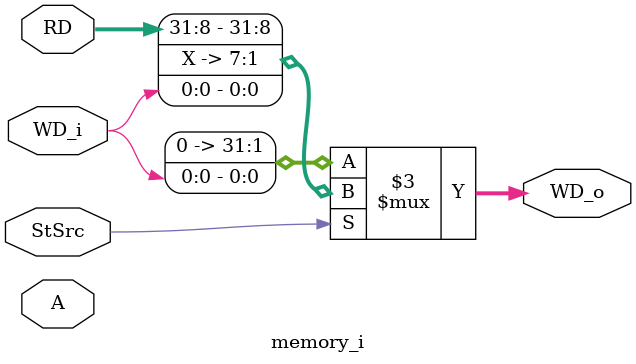
<source format=sv>
module memory_i #(
    parameter DATA_WIDTH = 32

)(
    input  logic                    StSrc,    //0: word, 1: byte
    input  logic                    WD_i,     //Data memory write data
    input  logic[DATA_WIDTH-1:0]    RD,       //Data memory read data
    input  logic[DATA_WIDTH-1:0]    A,        //Memory address input
    output logic[DATA_WIDTH-1:0]    WD_o      //Corrected Write Data

);

always_comb begin
    if (StSrc) begin                 //SB
        WD_o ={RD[31:8], WD_i[7:0]}; 
    end
    else begin                      //SW
        WD_o = WD_i;
    end
end

endmodule

</source>
